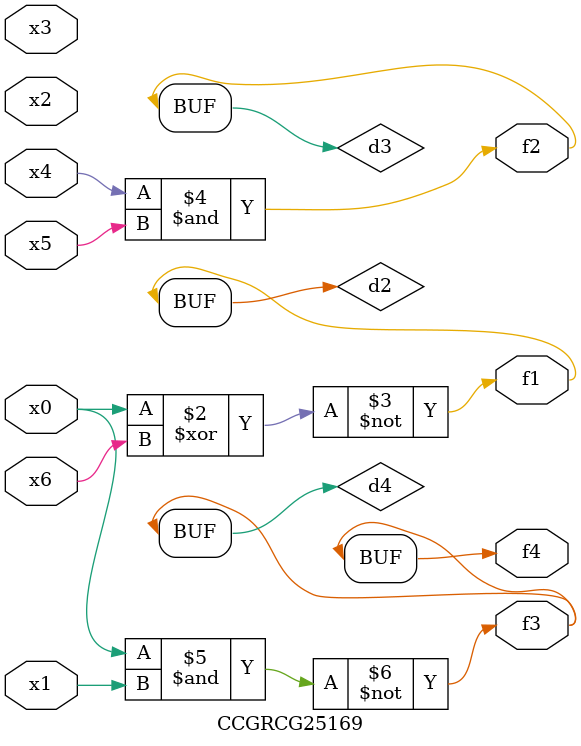
<source format=v>
module CCGRCG25169(
	input x0, x1, x2, x3, x4, x5, x6,
	output f1, f2, f3, f4
);

	wire d1, d2, d3, d4;

	nor (d1, x0);
	xnor (d2, x0, x6);
	and (d3, x4, x5);
	nand (d4, x0, x1);
	assign f1 = d2;
	assign f2 = d3;
	assign f3 = d4;
	assign f4 = d4;
endmodule

</source>
